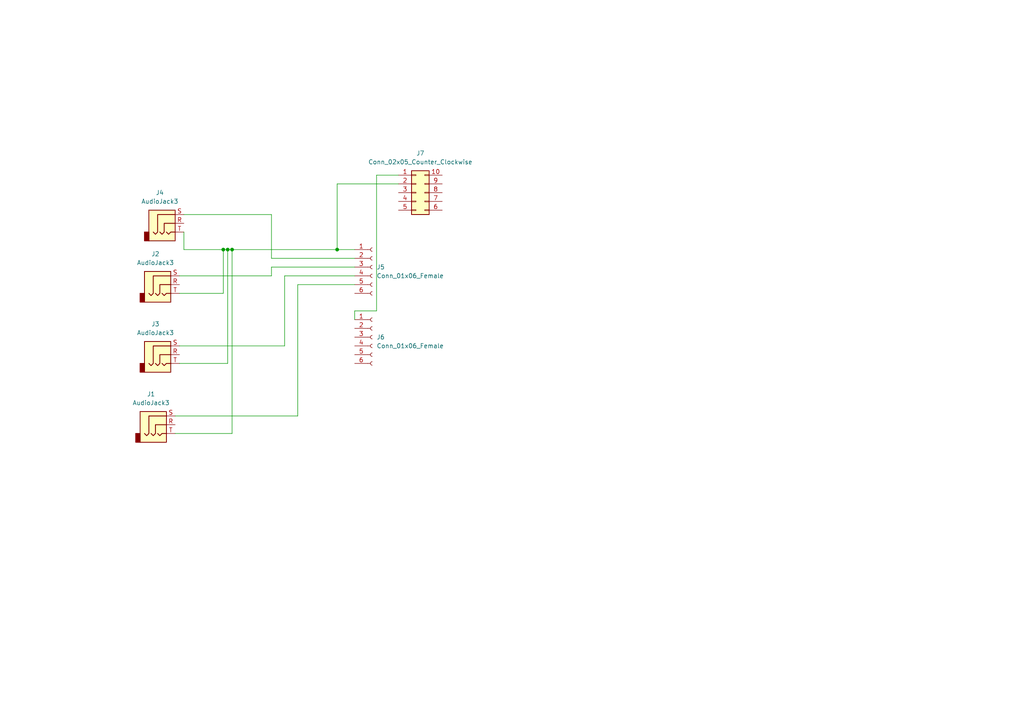
<source format=kicad_sch>
(kicad_sch (version 20211123) (generator eeschema)
  (paper "A4")
  (lib_symbols
    (symbol "Connector:AudioJack3"
      (property "Reference" "J" (at 0 8.89 0))
      (property "Value" "AudioJack3" (at 0 6.35 0))
      (symbol "AudioJack3_0_1"
        (rectangle (start -5.08 -5.08) (end -6.35 -2.54) (stroke (width 0.254)) (fill (type outline)))
        (polyline (pts (xy 0 -2.54) (xy 0.635 -3.175) (xy 1.27 -2.54) (xy 2.54 -2.54)) (stroke (width 0.254)))
        (polyline (pts (xy -1.905 -2.54) (xy -1.27 -3.175) (xy -0.635 -2.54) (xy -0.635 0) (xy 2.54 0)) (stroke (width 0.254)))
        (polyline (pts (xy 2.54 2.54) (xy -2.54 2.54) (xy -2.54 -2.54) (xy -3.175 -3.175) (xy -3.81 -2.54)) (stroke (width 0.254)))
        (rectangle (start 2.54 3.81) (end -5.08 -5.08) (stroke (width 0.254)) (fill (type background)))
      )
      (symbol "AudioJack3_1_1"
        (pin passive line (at 5.08 0 180) (length 2.54) (name "~") (number "R"))
        (pin passive line (at 5.08 2.54 180) (length 2.54) (name "~") (number "S"))
        (pin passive line (at 5.08 -2.54 180) (length 2.54) (name "~") (number "T"))
      )
    )
    (symbol "Connector:Conn_01x06_Female" (pin_names (offset 1.016) hide)
      (property "Reference" "J" (at 0 7.62 0))
      (property "Value" "Conn_01x06_Female" (at 0 -10.16 0))
      (symbol "Conn_01x06_Female_1_1"
        (arc (start 0 -7.112) (mid -0.508 -7.62) (end 0 -8.128) (stroke (width 0.1524)))
        (arc (start 0 -4.572) (mid -0.508 -5.08) (end 0 -5.588) (stroke (width 0.1524)))
        (arc (start 0 -2.032) (mid -0.508 -2.54) (end 0 -3.048) (stroke (width 0.1524)))
        (polyline (pts (xy -1.27 -7.62) (xy -0.508 -7.62)) (stroke (width 0.1524)))
        (polyline (pts (xy -1.27 -5.08) (xy -0.508 -5.08)) (stroke (width 0.1524)))
        (polyline (pts (xy -1.27 -2.54) (xy -0.508 -2.54)) (stroke (width 0.1524)))
        (polyline (pts (xy -1.27 0) (xy -0.508 0)) (stroke (width 0.1524)))
        (polyline (pts (xy -1.27 2.54) (xy -0.508 2.54)) (stroke (width 0.1524)))
        (polyline (pts (xy -1.27 5.08) (xy -0.508 5.08)) (stroke (width 0.1524)))
        (arc (start 0 0.508) (mid -0.508 0) (end 0 -0.508) (stroke (width 0.1524)))
        (arc (start 0 3.048) (mid -0.508 2.54) (end 0 2.032) (stroke (width 0.1524)))
        (arc (start 0 5.588) (mid -0.508 5.08) (end 0 4.572) (stroke (width 0.1524)))
        (pin passive line (at -5.08 5.08 0) (length 3.81) (name "Pin_1") (number "1"))
        (pin passive line (at -5.08 2.54 0) (length 3.81) (name "Pin_2") (number "2"))
        (pin passive line (at -5.08 0 0) (length 3.81) (name "Pin_3") (number "3"))
        (pin passive line (at -5.08 -2.54 0) (length 3.81) (name "Pin_4") (number "4"))
        (pin passive line (at -5.08 -5.08 0) (length 3.81) (name "Pin_5") (number "5"))
        (pin passive line (at -5.08 -7.62 0) (length 3.81) (name "Pin_6") (number "6"))
      )
    )
    (symbol "Connector_Generic:Conn_02x05_Counter_Clockwise" (pin_names (offset 1.016) hide)
      (property "Reference" "J" (at 1.27 7.62 0))
      (property "Value" "Conn_02x05_Counter_Clockwise" (at 1.27 -7.62 0))
      (symbol "Conn_02x05_Counter_Clockwise_1_1"
        (rectangle (start -1.27 -4.953) (end 0 -5.207) (stroke (width 0.1524)))
        (rectangle (start -1.27 -2.413) (end 0 -2.667) (stroke (width 0.1524)))
        (rectangle (start -1.27 0.127) (end 0 -0.127) (stroke (width 0.1524)))
        (rectangle (start -1.27 2.667) (end 0 2.413) (stroke (width 0.1524)))
        (rectangle (start -1.27 5.207) (end 0 4.953) (stroke (width 0.1524)))
        (rectangle (start -1.27 6.35) (end 3.81 -6.35) (stroke (width 0.254)) (fill (type background)))
        (rectangle (start 3.81 -4.953) (end 2.54 -5.207) (stroke (width 0.1524)))
        (rectangle (start 3.81 -2.413) (end 2.54 -2.667) (stroke (width 0.1524)))
        (rectangle (start 3.81 0.127) (end 2.54 -0.127) (stroke (width 0.1524)))
        (rectangle (start 3.81 2.667) (end 2.54 2.413) (stroke (width 0.1524)))
        (rectangle (start 3.81 5.207) (end 2.54 4.953) (stroke (width 0.1524)))
        (pin passive line (at -5.08 5.08 0) (length 3.81) (name "Pin_1") (number "1"))
        (pin passive line (at 7.62 5.08 180) (length 3.81) (name "Pin_10") (number "10"))
        (pin passive line (at -5.08 2.54 0) (length 3.81) (name "Pin_2") (number "2"))
        (pin passive line (at -5.08 0 0) (length 3.81) (name "Pin_3") (number "3"))
        (pin passive line (at -5.08 -2.54 0) (length 3.81) (name "Pin_4") (number "4"))
        (pin passive line (at -5.08 -5.08 0) (length 3.81) (name "Pin_5") (number "5"))
        (pin passive line (at 7.62 -5.08 180) (length 3.81) (name "Pin_6") (number "6"))
        (pin passive line (at 7.62 -2.54 180) (length 3.81) (name "Pin_7") (number "7"))
        (pin passive line (at 7.62 0 180) (length 3.81) (name "Pin_8") (number "8"))
        (pin passive line (at 7.62 2.54 180) (length 3.81) (name "Pin_9") (number "9"))
      )
    )
  )
  (junction (at 97.79 72.39))
  (junction (at 67.31 72.39))
  (junction (at 64.77 72.39))
  (junction (at 66.04 72.39))
  (wire (pts (xy 102.87 72.39) (xy 97.79 72.39)))
  (wire (pts (xy 64.77 85.09) (xy 64.77 72.39)))
  (wire (pts (xy 97.79 53.34) (xy 97.79 72.39)))
  (wire (pts (xy 78.74 62.23) (xy 78.74 74.93)))
  (wire (pts (xy 67.31 125.73) (xy 67.31 72.39)))
  (wire (pts (xy 52.07 80.01) (xy 78.74 80.01)))
  (wire (pts (xy 109.22 50.8) (xy 115.57 50.8)))
  (wire (pts (xy 102.87 92.71) (xy 102.87 90.17)))
  (wire (pts (xy 86.36 82.55) (xy 102.87 82.55)))
  (wire (pts (xy 66.04 72.39) (xy 64.77 72.39)))
  (wire (pts (xy 53.34 62.23) (xy 78.74 62.23)))
  (wire (pts (xy 53.34 72.39) (xy 53.34 67.31)))
  (wire (pts (xy 82.55 80.01) (xy 82.55 100.33)))
  (wire (pts (xy 78.74 77.47) (xy 102.87 77.47)))
  (wire (pts (xy 67.31 72.39) (xy 66.04 72.39)))
  (wire (pts (xy 97.79 72.39) (xy 67.31 72.39)))
  (wire (pts (xy 52.07 85.09) (xy 64.77 85.09)))
  (wire (pts (xy 50.8 120.65) (xy 86.36 120.65)))
  (wire (pts (xy 78.74 74.93) (xy 102.87 74.93)))
  (wire (pts (xy 109.22 90.17) (xy 109.22 50.8)))
  (wire (pts (xy 50.8 125.73) (xy 67.31 125.73)))
  (wire (pts (xy 102.87 90.17) (xy 109.22 90.17)))
  (wire (pts (xy 115.57 53.34) (xy 97.79 53.34)))
  (wire (pts (xy 66.04 105.41) (xy 66.04 72.39)))
  (wire (pts (xy 86.36 120.65) (xy 86.36 82.55)))
  (wire (pts (xy 82.55 100.33) (xy 52.07 100.33)))
  (wire (pts (xy 102.87 80.01) (xy 82.55 80.01)))
  (wire (pts (xy 52.07 105.41) (xy 66.04 105.41)))
  (wire (pts (xy 64.77 72.39) (xy 53.34 72.39)))
  (wire (pts (xy 78.74 80.01) (xy 78.74 77.47)))
  (symbol (lib_id "Connector_Generic:Conn_02x05_Counter_Clockwise") (at 120.65 55.88 0) (unit 1)
    (property "Reference" "J7" (at 121.92 44.45 0))
    (property "Value" "Conn_02x05_Counter_Clockwise" (at 121.92 46.99 0))
    (property "Footprint" "Connector_IDC:IDC-Header_2x05_P2.54mm_Vertical" (effects hide))
  )
  (symbol (lib_id "Connector:AudioJack3") (at 46.99 82.55 0) (unit 1)
    (property "Reference" "J2" (at 45.085 73.66 0))
    (property "Value" "AudioJack3" (at 45.085 76.2 0))
    (property "Footprint" "Connector_Audio:Jack_3.5mm_QingPu_WQP-PJ398SM_Vertical_CircularHoles" (effects hide))
  )
  (symbol (lib_id "Connector:AudioJack3") (at 45.72 123.19 0) (unit 1)
    (property "Reference" "J1" (at 43.815 114.3 0))
    (property "Value" "AudioJack3" (at 43.815 116.84 0))
    (property "Footprint" "Connector_Audio:Jack_3.5mm_QingPu_WQP-PJ398SM_Vertical_CircularHoles" (effects hide))
  )
  (symbol (lib_id "Connector:Conn_01x06_Female") (at 107.95 97.79 0) (unit 1)
    (property "Reference" "J6" (at 109.22 97.7899 0) (effects (justify left)))
    (property "Value" "Conn_01x06_Female" (at 109.22 100.3299 0) (effects (justify left)))
    (property "Footprint" "Connector_PinSocket_2.54mm:PinSocket_1x06_P2.54mm_Vertical" (effects hide))
  )
  (symbol (lib_id "Connector:Conn_01x06_Female") (at 107.95 77.47 0) (unit 1)
    (property "Reference" "J5" (at 109.22 77.4699 0) (effects (justify left)))
    (property "Value" "Conn_01x06_Female" (at 109.22 80.0099 0) (effects (justify left)))
    (property "Footprint" "Connector_PinSocket_2.54mm:PinSocket_1x06_P2.54mm_Vertical" (effects hide))
  )
  (symbol (lib_id "Connector:AudioJack3") (at 48.26 64.77 0) (unit 1)
    (property "Reference" "J4" (at 46.355 55.88 0))
    (property "Value" "AudioJack3" (at 46.355 58.42 0))
    (property "Footprint" "Connector_Audio:Jack_3.5mm_QingPu_WQP-PJ398SM_Vertical_CircularHoles" (effects hide))
  )
  (symbol (lib_id "Connector:AudioJack3") (at 46.99 102.87 0) (unit 1)
    (property "Reference" "J3" (at 45.085 93.98 0))
    (property "Value" "AudioJack3" (at 45.085 96.52 0))
    (property "Footprint" "Connector_Audio:Jack_3.5mm_QingPu_WQP-PJ398SM_Vertical_CircularHoles" (effects hide))
  )
)
</source>
